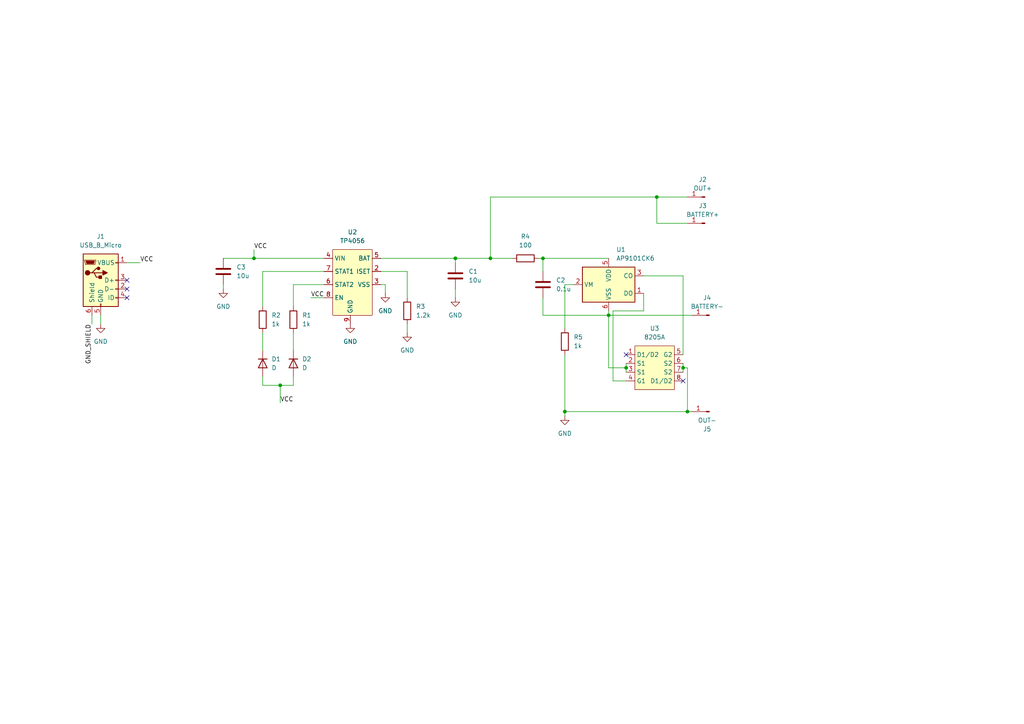
<source format=kicad_sch>
(kicad_sch (version 20231120) (generator "eeschema") (generator_version "8.0")
  (paper "A4")
  (lib_symbols
    (symbol "8205A:8205A"
      (property "Reference" "U" (at 3.302 -0.254 0))
      (property "Value" "8205A" (at 10.922 -15.24 0))
      (symbol "8205A_1_1"
        (rectangle (start 2.54 -1.27) (end 13.97 -13.97) (fill (type background)))
        (pin output line (at 0 -3.81 0) (length 2.54) (name "D1/D2") (number "1"))
        (pin output line (at 0 -6.35 0) (length 2.54) (name "S1") (number "2"))
        (pin output line (at 0 -8.89 0) (length 2.54) (name "S1") (number "3"))
        (pin input line (at 0 -11.43 0) (length 2.54) (name "G1") (number "4"))
        (pin input line (at 16.51 -3.81 180) (length 2.54) (name "G2") (number "5"))
        (pin output line (at 16.51 -6.35 180) (length 2.54) (name "S2") (number "6"))
        (pin output line (at 16.51 -8.89 180) (length 2.54) (name "S2") (number "7"))
        (pin output line (at 16.51 -11.43 180) (length 2.54) (name "D1/D2") (number "8"))
      )
    )
    (symbol "Battery_Management:AP9101CK6"
      (property "Reference" "U" (at -7.62 6.35 0))
      (property "Value" "AP9101CK6" (at 7.62 6.35 0))
      (symbol "AP9101CK6_0_1"
        (rectangle (start -7.62 5.08) (end 7.62 -5.08) (stroke (width 0.254)) (fill (type background)))
      )
      (symbol "AP9101CK6_1_1"
        (pin output line (at 10.16 -2.54 180) (length 2.54) (name "DO") (number "1"))
        (pin passive line (at -10.16 0 0) (length 2.54) (name "VM") (number "2"))
        (pin output line (at 10.16 2.54 180) (length 2.54) (name "CO") (number "3"))
        (pin no_connect line (at -7.62 -2.54 0) (length 2.54) hide (name "NC") (number "4"))
        (pin power_in line (at 0 7.62 270) (length 2.54) (name "VDD") (number "5"))
        (pin power_in line (at 0 -7.62 90) (length 2.54) (name "VSS") (number "6"))
      )
    )
    (symbol "Connector:Conn_01x01_Pin" (pin_names (offset 1.016) hide)
      (property "Reference" "J" (at 0 2.54 0))
      (property "Value" "Conn_01x01_Pin" (at 0 -2.54 0))
      (symbol "Conn_01x01_Pin_1_1"
        (polyline (pts (xy 1.27 0) (xy 0.8636 0)) (stroke (width 0.1524)))
        (rectangle (start 0.8636 0.127) (end 0 -0.127) (stroke (width 0.1524)) (fill (type outline)))
        (pin passive line (at 5.08 0 180) (length 3.81) (name "Pin_1") (number "1"))
      )
    )
    (symbol "Connector:USB_B_Micro" (pin_names (offset 1.016))
      (property "Reference" "J" (at -5.08 11.43 0))
      (property "Value" "USB_B_Micro" (at -5.08 8.89 0))
      (symbol "USB_B_Micro_0_1"
        (rectangle (start -5.08 -7.62) (end 5.08 7.62) (stroke (width 0.254)) (fill (type background)))
        (circle (center -3.81 2.159) (radius 0.635) (stroke (width 0.254)) (fill (type outline)))
        (circle (center -0.635 3.429) (radius 0.381) (stroke (width 0.254)) (fill (type outline)))
        (rectangle (start -0.127 -7.62) (end 0.127 -6.858))
        (polyline (pts (xy -1.905 2.159) (xy 0.635 2.159)) (stroke (width 0.254)))
        (polyline (pts (xy -3.175 2.159) (xy -2.54 2.159) (xy -1.27 3.429) (xy -0.635 3.429)) (stroke (width 0.254)))
        (polyline (pts (xy -2.54 2.159) (xy -1.905 2.159) (xy -1.27 0.889) (xy 0 0.889)) (stroke (width 0.254)))
        (polyline (pts (xy 0.635 2.794) (xy 0.635 1.524) (xy 1.905 2.159) (xy 0.635 2.794)) (stroke (width 0.254)) (fill (type outline)))
        (polyline (pts (xy -4.318 5.588) (xy -1.778 5.588) (xy -2.032 4.826) (xy -4.064 4.826) (xy -4.318 5.588)) (fill (type outline)))
        (polyline (pts (xy -4.699 5.842) (xy -4.699 5.588) (xy -4.445 4.826) (xy -4.445 4.572) (xy -1.651 4.572) (xy -1.651 4.826) (xy -1.397 5.588) (xy -1.397 5.842) (xy -4.699 5.842)))
        (rectangle (start 0.254 1.27) (end -0.508 0.508) (stroke (width 0.254)) (fill (type outline)))
        (rectangle (start 5.08 -5.207) (end 4.318 -4.953))
        (rectangle (start 5.08 -2.667) (end 4.318 -2.413))
        (rectangle (start 5.08 -0.127) (end 4.318 0.127))
        (rectangle (start 5.08 4.953) (end 4.318 5.207))
      )
      (symbol "USB_B_Micro_1_1"
        (pin power_out line (at 7.62 5.08 180) (length 2.54) (name "VBUS") (number "1"))
        (pin bidirectional line (at 7.62 -2.54 180) (length 2.54) (name "D-") (number "2"))
        (pin bidirectional line (at 7.62 0 180) (length 2.54) (name "D+") (number "3"))
        (pin passive line (at 7.62 -5.08 180) (length 2.54) (name "ID") (number "4"))
        (pin power_out line (at 0 -10.16 90) (length 2.54) (name "GND") (number "5"))
        (pin passive line (at -2.54 -10.16 90) (length 2.54) (name "Shield") (number "6"))
      )
    )
    (symbol "Device:C" (pin_numbers hide) (pin_names (offset 0.254))
      (property "Reference" "C" (at 0.635 2.54 0))
      (property "Value" "C" (at 0.635 -2.54 0))
      (symbol "C_0_1"
        (polyline (pts (xy -2.032 -0.762) (xy 2.032 -0.762)) (stroke (width 0.508)))
        (polyline (pts (xy -2.032 0.762) (xy 2.032 0.762)) (stroke (width 0.508)))
      )
      (symbol "C_1_1"
        (pin passive line (at 0 3.81 270) (length 2.794) (name "~") (number "1"))
        (pin passive line (at 0 -3.81 90) (length 2.794) (name "~") (number "2"))
      )
    )
    (symbol "Device:D" (pin_numbers hide) (pin_names (offset 1.016) hide)
      (property "Reference" "D" (at 0 2.54 0))
      (property "Value" "D" (at 0 -2.54 0))
      (symbol "D_0_1"
        (polyline (pts (xy -1.27 1.27) (xy -1.27 -1.27)) (stroke (width 0.254)))
        (polyline (pts (xy 1.27 0) (xy -1.27 0)))
        (polyline (pts (xy 1.27 1.27) (xy 1.27 -1.27) (xy -1.27 0) (xy 1.27 1.27)) (stroke (width 0.254)))
      )
      (symbol "D_1_1"
        (pin passive line (at -3.81 0 0) (length 2.54) (name "K") (number "1"))
        (pin passive line (at 3.81 0 180) (length 2.54) (name "A") (number "2"))
      )
    )
    (symbol "Device:R" (pin_numbers hide) (pin_names (offset 0))
      (property "Reference" "R" (at 2.032 0 90))
      (property "Value" "R" (at 0 0 90))
      (symbol "R_0_1"
        (rectangle (start -1.016 -2.54) (end 1.016 2.54) (stroke (width 0.254)))
      )
      (symbol "R_1_1"
        (pin passive line (at 0 3.81 270) (length 1.27) (name "~") (number "1"))
        (pin passive line (at 0 -3.81 90) (length 1.27) (name "~") (number "2"))
      )
    )
    (symbol "TP4056:TP4056"
      (property "Reference" "U" (at 3.302 3.556 0))
      (property "Value" "TP4056" (at 12.192 -18.034 0))
      (symbol "TP4056_1_1"
        (rectangle (start 2.54 2.54) (end 13.97 -16.51) (fill (type background)))
        (pin free line (at 16.51 -11.43 180) (length 2.54) hide (name "NC") (number "1"))
        (pin output line (at 16.51 -3.81 180) (length 2.54) (name "ISET") (number "2"))
        (pin power_in line (at 16.51 -7.62 180) (length 2.54) (name "VSS") (number "3"))
        (pin power_in line (at 0 0 0) (length 2.54) (name "VIN") (number "4"))
        (pin output line (at 16.51 0 180) (length 2.54) (name "BAT") (number "5"))
        (pin output line (at 0 -7.62 0) (length 2.54) (name "STAT2") (number "6"))
        (pin output line (at 0 -3.81 0) (length 2.54) (name "STAT1") (number "7"))
        (pin input line (at 0 -11.43 0) (length 2.54) (name "EN") (number "8"))
        (pin power_in line (at 7.62 -19.05 90) (length 2.54) (name "GND") (number "9"))
      )
    )
    (symbol "power:GND" (power) (pin_numbers hide) (pin_names (offset 0) hide)
      (property "Value" "GND" (at 0 -3.81 0))
      (symbol "GND_0_1"
        (polyline (pts (xy 0 0) (xy 0 -1.27) (xy 1.27 -1.27) (xy 0 -2.54) (xy -1.27 -1.27) (xy 0 -1.27)))
      )
      (symbol "GND_1_1"
        (pin power_in line (at 0 0 270) (length 0) (name "~") (number "1"))
      )
    )
  )
  (junction (at 163.83 119.38))
  (junction (at 142.24 74.93))
  (junction (at 132.08 74.93))
  (junction (at 157.48 74.93))
  (junction (at 181.61 106.68))
  (junction (at 199.39 119.38))
  (junction (at 190.5 57.15))
  (junction (at 198.12 106.68))
  (junction (at 73.66 74.93))
  (junction (at 176.53 91.44))
  (junction (at 81.28 111.76))
  (no_connect (at 198.12 110.49))
  (no_connect (at 36.83 86.36))
  (no_connect (at 181.61 102.87))
  (no_connect (at 36.83 81.28))
  (no_connect (at 36.83 83.82))
  (wire (pts (xy 118.11 78.74) (xy 110.49 78.74)))
  (wire (pts (xy 186.69 90.17) (xy 186.69 85.09)))
  (wire (pts (xy 190.5 57.15) (xy 142.24 57.15)))
  (wire (pts (xy 111.76 82.55) (xy 110.49 82.55)))
  (wire (pts (xy 81.28 111.76) (xy 81.28 116.84)))
  (wire (pts (xy 163.83 102.87) (xy 163.83 119.38)))
  (wire (pts (xy 177.8 110.49) (xy 177.8 90.17)))
  (wire (pts (xy 177.8 90.17) (xy 186.69 90.17)))
  (wire (pts (xy 181.61 106.68) (xy 176.53 106.68)))
  (wire (pts (xy 181.61 110.49) (xy 177.8 110.49)))
  (wire (pts (xy 199.39 57.15) (xy 190.5 57.15)))
  (wire (pts (xy 198.12 102.87) (xy 198.12 80.01)))
  (wire (pts (xy 85.09 109.22) (xy 85.09 111.76)))
  (wire (pts (xy 76.2 88.9) (xy 76.2 78.74)))
  (wire (pts (xy 176.53 90.17) (xy 176.53 91.44)))
  (wire (pts (xy 156.21 74.93) (xy 157.48 74.93)))
  (wire (pts (xy 157.48 86.36) (xy 157.48 91.44)))
  (wire (pts (xy 181.61 106.68) (xy 181.61 107.95)))
  (wire (pts (xy 85.09 96.52) (xy 85.09 101.6)))
  (wire (pts (xy 64.77 82.55) (xy 64.77 83.82)))
  (wire (pts (xy 118.11 93.98) (xy 118.11 96.52)))
  (wire (pts (xy 163.83 119.38) (xy 199.39 119.38)))
  (wire (pts (xy 142.24 74.93) (xy 148.59 74.93)))
  (wire (pts (xy 198.12 80.01) (xy 186.69 80.01)))
  (wire (pts (xy 132.08 74.93) (xy 132.08 76.2)))
  (wire (pts (xy 190.5 64.77) (xy 190.5 57.15)))
  (wire (pts (xy 198.12 106.68) (xy 198.12 107.95)))
  (wire (pts (xy 199.39 106.68) (xy 199.39 119.38)))
  (wire (pts (xy 73.66 72.39) (xy 73.66 74.93)))
  (wire (pts (xy 163.83 119.38) (xy 163.83 120.65)))
  (wire (pts (xy 29.21 93.98) (xy 29.21 91.44)))
  (wire (pts (xy 198.12 105.41) (xy 198.12 106.68)))
  (wire (pts (xy 199.39 119.38) (xy 200.66 119.38)))
  (wire (pts (xy 73.66 74.93) (xy 93.98 74.93)))
  (wire (pts (xy 118.11 86.36) (xy 118.11 78.74)))
  (wire (pts (xy 199.39 64.77) (xy 190.5 64.77)))
  (wire (pts (xy 163.83 82.55) (xy 166.37 82.55)))
  (wire (pts (xy 76.2 78.74) (xy 93.98 78.74)))
  (wire (pts (xy 157.48 74.93) (xy 176.53 74.93)))
  (wire (pts (xy 157.48 74.93) (xy 157.48 78.74)))
  (wire (pts (xy 157.48 91.44) (xy 176.53 91.44)))
  (wire (pts (xy 90.17 86.36) (xy 93.98 86.36)))
  (wire (pts (xy 85.09 88.9) (xy 85.09 82.55)))
  (wire (pts (xy 163.83 95.25) (xy 163.83 82.55)))
  (wire (pts (xy 198.12 106.68) (xy 199.39 106.68)))
  (wire (pts (xy 176.53 91.44) (xy 200.66 91.44)))
  (wire (pts (xy 76.2 96.52) (xy 76.2 101.6)))
  (wire (pts (xy 40.64 76.2) (xy 36.83 76.2)))
  (wire (pts (xy 132.08 83.82) (xy 132.08 86.36)))
  (wire (pts (xy 142.24 57.15) (xy 142.24 74.93)))
  (wire (pts (xy 111.76 85.09) (xy 111.76 82.55)))
  (wire (pts (xy 110.49 74.93) (xy 132.08 74.93)))
  (wire (pts (xy 85.09 82.55) (xy 93.98 82.55)))
  (wire (pts (xy 176.53 106.68) (xy 176.53 91.44)))
  (wire (pts (xy 64.77 74.93) (xy 73.66 74.93)))
  (wire (pts (xy 26.67 93.98) (xy 26.67 91.44)))
  (wire (pts (xy 132.08 74.93) (xy 142.24 74.93)))
  (wire (pts (xy 76.2 111.76) (xy 81.28 111.76)))
  (wire (pts (xy 81.28 111.76) (xy 85.09 111.76)))
  (wire (pts (xy 181.61 105.41) (xy 181.61 106.68)))
  (wire (pts (xy 76.2 109.22) (xy 76.2 111.76)))
  (label "VCC" (at 81.28 116.84 0))
  (label "VCC" (at 40.64 76.2 0))
  (label "VCC" (at 73.66 72.39 0))
  (label "GND_SHIELD" (at 26.67 93.98 270))
  (label "VCC" (at 90.17 86.36 0))
  (symbol (lib_id "Device:R") (at 163.83 99.06 0) (unit 1)
    (property "Reference" "R5" (at 166.37 97.7899 0) (effects (justify left)))
    (property "Value" "1k" (at 166.37 100.3299 0) (effects (justify left)))
    (property "Footprint" "Resistor_SMD:R_0603_1608Metric_Pad0.98x0.95mm_HandSolder" (effects (hide yes)))
    (property "Description" "Resistor" (effects (hide yes)))
  )
  (symbol (lib_id "power:GND") (at 132.08 86.36 0) (unit 1)
    (property "Reference" "#PWR06" (effects (hide yes)))
    (property "Value" "GND" (at 132.08 91.44 0))
    (property "Description" "Power symbol creates a global label with name \"GND\" , ground" (effects (hide yes)))
  )
  (symbol (lib_id "TP4056:TP4056") (at 93.98 74.93 0) (unit 1)
    (property "Reference" "U2" (at 102.235 67.31 0))
    (property "Value" "TP4056" (at 102.235 69.85 0))
    (property "Footprint" "TP4056:TP4056" (effects (hide yes)))
  )
  (symbol (lib_id "8205A:8205A") (at 181.61 99.06 0) (unit 1)
    (property "Reference" "U3" (at 189.865 95.25 0))
    (property "Value" "8205A" (at 189.865 97.79 0))
    (property "Footprint" "8205A:8205A" (effects (hide yes)))
  )
  (symbol (lib_id "power:GND") (at 101.6 93.98 0) (unit 1)
    (property "Reference" "#PWR03" (effects (hide yes)))
    (property "Value" "GND" (at 101.6 99.06 0))
    (property "Description" "Power symbol creates a global label with name \"GND\" , ground" (effects (hide yes)))
  )
  (symbol (lib_id "Device:R") (at 85.09 92.71 0) (unit 1)
    (property "Reference" "R1" (at 87.63 91.4399 0) (effects (justify left)))
    (property "Value" "1k" (at 87.63 93.9799 0) (effects (justify left)))
    (property "Footprint" "Resistor_SMD:R_0603_1608Metric_Pad0.98x0.95mm_HandSolder" (effects (hide yes)))
    (property "Description" "Resistor" (effects (hide yes)))
  )
  (symbol (lib_id "Connector:USB_B_Micro") (at 29.21 81.28 0) (unit 1)
    (property "Reference" "J1" (at 29.21 68.58 0))
    (property "Value" "USB_B_Micro" (at 29.21 71.12 0))
    (property "Footprint" "Connector_USB:USB_Micro-B_Amphenol_10104110_Horizontal" (effects (hide yes)))
    (property "Description" "USB Micro Type B connector" (effects (hide yes)))
  )
  (symbol (lib_id "power:GND") (at 64.77 83.82 0) (unit 1)
    (property "Reference" "#PWR01" (effects (hide yes)))
    (property "Value" "GND" (at 64.77 88.9 0))
    (property "Description" "Power symbol creates a global label with name \"GND\" , ground" (effects (hide yes)))
  )
  (symbol (lib_id "Connector:Conn_01x01_Pin") (at 204.47 64.77 180) (unit 1)
    (property "Reference" "J3" (at 203.835 59.69 0))
    (property "Value" "BATTERY+" (at 203.835 62.23 0))
    (property "Footprint" "Connector_Wire:SolderWire-0.5sqmm_1x01_D0.9mm_OD2.1mm" (effects (hide yes)))
    (property "Description" "Generic connector, single row, 01x01, script generated" (effects (hide yes)))
  )
  (symbol (lib_id "Device:D") (at 85.09 105.41 270) (unit 1)
    (property "Reference" "D2" (at 87.63 104.1399 90) (effects (justify left)))
    (property "Value" "D" (at 87.63 106.6799 90) (effects (justify left)))
    (property "Footprint" "Diode_SMD:D_0805_2012Metric_Pad1.15x1.40mm_HandSolder" (effects (hide yes)))
    (property "Description" "Diode" (effects (hide yes)))
    (property "Sim.Device" "D" (effects (hide yes)))
    (property "Sim.Pins" "1=K 2=A" (effects (hide yes)))
  )
  (symbol (lib_id "Connector:Conn_01x01_Pin") (at 204.47 57.15 180) (unit 1)
    (property "Reference" "J2" (at 203.835 52.07 0))
    (property "Value" "OUT+" (at 203.835 54.61 0))
    (property "Footprint" "Connector_Wire:SolderWire-0.5sqmm_1x01_D0.9mm_OD2.1mm" (effects (hide yes)))
    (property "Description" "Generic connector, single row, 01x01, script generated" (effects (hide yes)))
  )
  (symbol (lib_id "power:GND") (at 118.11 96.52 0) (unit 1)
    (property "Reference" "#PWR04" (effects (hide yes)))
    (property "Value" "GND" (at 118.11 101.6 0))
    (property "Description" "Power symbol creates a global label with name \"GND\" , ground" (effects (hide yes)))
  )
  (symbol (lib_id "Connector:Conn_01x01_Pin") (at 205.74 91.44 180) (unit 1)
    (property "Reference" "J4" (at 205.105 86.36 0))
    (property "Value" "BATTERY-" (at 205.105 88.9 0))
    (property "Footprint" "Connector_Wire:SolderWire-0.5sqmm_1x01_D0.9mm_OD2.1mm" (effects (hide yes)))
    (property "Description" "Generic connector, single row, 01x01, script generated" (effects (hide yes)))
  )
  (symbol (lib_id "power:GND") (at 163.83 120.65 0) (unit 1)
    (property "Reference" "#PWR07" (effects (hide yes)))
    (property "Value" "GND" (at 163.83 125.73 0))
    (property "Description" "Power symbol creates a global label with name \"GND\" , ground" (effects (hide yes)))
  )
  (symbol (lib_id "Battery_Management:AP9101CK6") (at 176.53 82.55 0) (unit 1)
    (property "Reference" "U1" (at 178.7241 72.39 0) (effects (justify left)))
    (property "Value" "AP9101CK6" (at 178.7241 74.93 0) (effects (justify left)))
    (property "Footprint" "Package_TO_SOT_SMD:SOT-23-6" (effects (hide yes)))
    (property "Datasheet" "https://www.diodes.com/assets/Datasheets/AP9101C.pdf" (effects (hide yes)))
    (property "Description" "Li+ Battery Protection IC for Single Cell Pack, SOT-23-6" (effects (hide yes)))
  )
  (symbol (lib_id "Device:D") (at 76.2 105.41 270) (unit 1)
    (property "Reference" "D1" (at 78.74 104.1399 90) (effects (justify left)))
    (property "Value" "D" (at 78.74 106.6799 90) (effects (justify left)))
    (property "Footprint" "Diode_SMD:D_0805_2012Metric_Pad1.15x1.40mm_HandSolder" (effects (hide yes)))
    (property "Description" "Diode" (effects (hide yes)))
    (property "Sim.Device" "D" (effects (hide yes)))
    (property "Sim.Pins" "1=K 2=A" (effects (hide yes)))
  )
  (symbol (lib_id "Device:C") (at 157.48 82.55 0) (unit 1)
    (property "Reference" "C2" (at 161.29 81.2799 0) (effects (justify left)))
    (property "Value" "0.1u" (at 161.29 83.8199 0) (effects (justify left)))
    (property "Footprint" "Capacitor_SMD:C_0402_1005Metric_Pad0.74x0.62mm_HandSolder" (effects (hide yes)))
    (property "Description" "Unpolarized capacitor" (effects (hide yes)))
  )
  (symbol (lib_id "Device:C") (at 132.08 80.01 0) (unit 1)
    (property "Reference" "C1" (at 135.89 78.7399 0) (effects (justify left)))
    (property "Value" "10u" (at 135.89 81.2799 0) (effects (justify left)))
    (property "Footprint" "Capacitor_SMD:C_0603_1608Metric_Pad1.08x0.95mm_HandSolder" (effects (hide yes)))
    (property "Description" "Unpolarized capacitor" (effects (hide yes)))
  )
  (symbol (lib_id "Device:R") (at 152.4 74.93 90) (unit 1)
    (property "Reference" "R4" (at 152.4 68.58 90))
    (property "Value" "100" (at 152.4 71.12 90))
    (property "Footprint" "Resistor_SMD:R_0603_1608Metric_Pad0.98x0.95mm_HandSolder" (effects (hide yes)))
    (property "Description" "Resistor" (effects (hide yes)))
  )
  (symbol (lib_id "Device:R") (at 118.11 90.17 0) (unit 1)
    (property "Reference" "R3" (at 120.65 88.8999 0) (effects (justify left)))
    (property "Value" "1.2k" (at 120.65 91.4399 0) (effects (justify left)))
    (property "Footprint" "Resistor_SMD:R_0603_1608Metric_Pad0.98x0.95mm_HandSolder" (effects (hide yes)))
    (property "Description" "Resistor" (effects (hide yes)))
  )
  (symbol (lib_id "Connector:Conn_01x01_Pin") (at 205.74 119.38 180) (unit 1)
    (property "Reference" "J5" (at 205.105 124.46 0))
    (property "Value" "OUT-" (at 205.105 121.92 0))
    (property "Footprint" "Connector_Wire:SolderWire-0.5sqmm_1x01_D0.9mm_OD2.1mm" (effects (hide yes)))
    (property "Description" "Generic connector, single row, 01x01, script generated" (effects (hide yes)))
  )
  (symbol (lib_id "power:GND") (at 29.21 93.98 0) (unit 1)
    (property "Reference" "#PWR02" (effects (hide yes)))
    (property "Value" "GND" (at 29.21 99.06 0))
    (property "Description" "Power symbol creates a global label with name \"GND\" , ground" (effects (hide yes)))
  )
  (symbol (lib_id "power:GND") (at 111.76 85.09 0) (unit 1)
    (property "Reference" "#PWR05" (effects (hide yes)))
    (property "Value" "GND" (at 111.76 90.17 0))
    (property "Description" "Power symbol creates a global label with name \"GND\" , ground" (effects (hide yes)))
  )
  (symbol (lib_id "Device:C") (at 64.77 78.74 0) (unit 1)
    (property "Reference" "C3" (at 68.58 77.4699 0) (effects (justify left)))
    (property "Value" "10u" (at 68.58 80.0099 0) (effects (justify left)))
    (property "Footprint" "Capacitor_SMD:C_0402_1005Metric_Pad0.74x0.62mm_HandSolder" (effects (hide yes)))
    (property "Description" "Unpolarized capacitor" (effects (hide yes)))
  )
  (symbol (lib_id "Device:R") (at 76.2 92.71 0) (unit 1)
    (property "Reference" "R2" (at 78.74 91.4399 0) (effects (justify left)))
    (property "Value" "1k" (at 78.74 93.9799 0) (effects (justify left)))
    (property "Footprint" "Resistor_SMD:R_0603_1608Metric_Pad0.98x0.95mm_HandSolder" (effects (hide yes)))
    (property "Description" "Resistor" (effects (hide yes)))
  )
)
</source>
